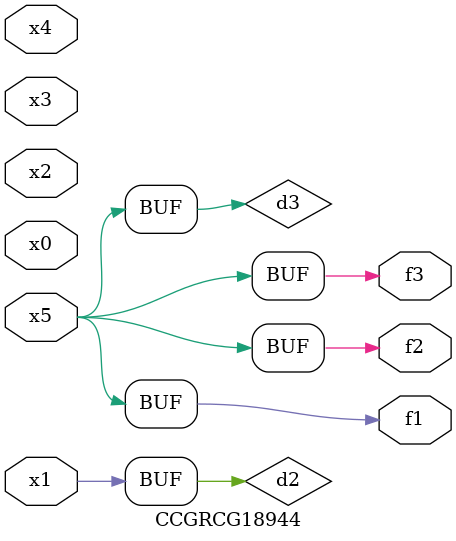
<source format=v>
module CCGRCG18944(
	input x0, x1, x2, x3, x4, x5,
	output f1, f2, f3
);

	wire d1, d2, d3;

	not (d1, x5);
	or (d2, x1);
	xnor (d3, d1);
	assign f1 = d3;
	assign f2 = d3;
	assign f3 = d3;
endmodule

</source>
